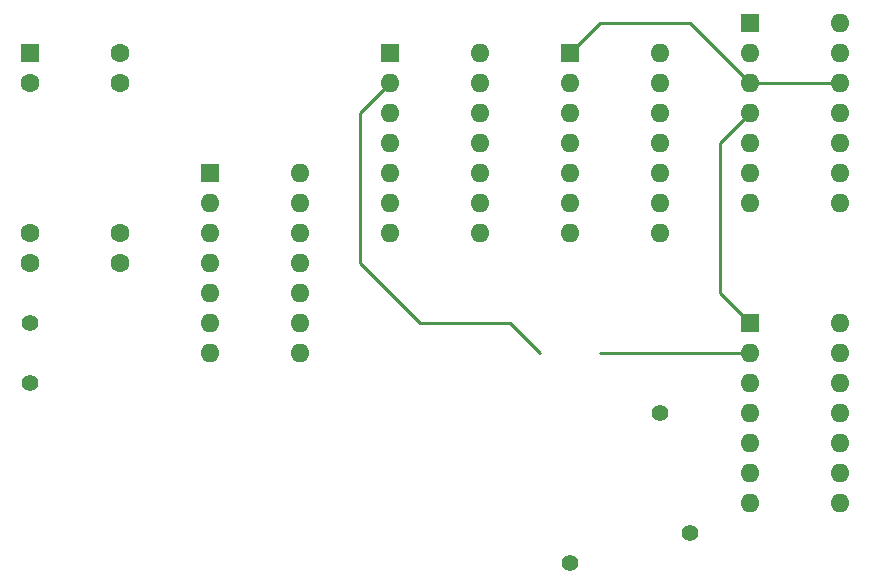
<source format=gbr>
%TF.GenerationSoftware,KiCad,Pcbnew,7.0.1*%
%TF.CreationDate,2023-04-06T21:38:10+03:00*%
%TF.ProjectId,BSPD,42535044-2e6b-4696-9361-645f70636258,rev?*%
%TF.SameCoordinates,Original*%
%TF.FileFunction,Copper,L2,Bot*%
%TF.FilePolarity,Positive*%
%FSLAX46Y46*%
G04 Gerber Fmt 4.6, Leading zero omitted, Abs format (unit mm)*
G04 Created by KiCad (PCBNEW 7.0.1) date 2023-04-06 21:38:10*
%MOMM*%
%LPD*%
G01*
G04 APERTURE LIST*
%TA.AperFunction,ComponentPad*%
%ADD10C,1.400000*%
%TD*%
%TA.AperFunction,ComponentPad*%
%ADD11R,1.600000X1.600000*%
%TD*%
%TA.AperFunction,ComponentPad*%
%ADD12O,1.600000X1.600000*%
%TD*%
%TA.AperFunction,ComponentPad*%
%ADD13C,1.600000*%
%TD*%
%TA.AperFunction,Conductor*%
%ADD14C,0.250000*%
%TD*%
G04 APERTURE END LIST*
D10*
%TO.P,TP5,1,1*%
%TO.N,Net-(R14-Pad2)*%
X71120000Y-58420000D03*
%TD*%
%TO.P,TP4,1,1*%
%TO.N,Net-(C1-Pad2)*%
X60960000Y-60960000D03*
%TD*%
%TO.P,TP3,1,1*%
%TO.N,Net-(U2B-+)*%
X15240000Y-45720000D03*
%TD*%
%TO.P,TP2,1,1*%
%TO.N,Net-(R11-Pad1)*%
X68580000Y-48260000D03*
%TD*%
%TO.P,TP1,1,1*%
%TO.N,Net-(U2A-+)*%
X15240000Y-40640000D03*
%TD*%
D11*
%TO.P,U1,1,CLK*%
%TO.N,unconnected-(U1-CLK-Pad1)*%
X76200000Y-15240000D03*
D12*
%TO.P,U1,2,PR*%
%TO.N,unconnected-(U1-PR-Pad2)*%
X76200000Y-17780000D03*
%TO.P,U1,3,CLR*%
%TO.N,Net-(U1-CLR-Pad3)*%
X76200000Y-20320000D03*
%TO.P,U1,4,J*%
%TO.N,Net-(U1-J-Pad4)*%
X76200000Y-22860000D03*
%TO.P,U1,5,VCC*%
%TO.N,VCC*%
X76200000Y-25400000D03*
%TO.P,U1,6,CLK*%
%TO.N,unconnected-(U1-CLK-Pad6)*%
X76200000Y-27940000D03*
%TO.P,U1,7,PR*%
%TO.N,unconnected-(U1-PR-Pad7)*%
X76200000Y-30480000D03*
%TO.P,U1,8,CLR*%
%TO.N,unconnected-(U1-CLR-Pad8)*%
X83820000Y-30480000D03*
%TO.P,U1,9,J*%
%TO.N,unconnected-(U1-J-Pad9)*%
X83820000Y-27940000D03*
%TO.P,U1,10,~{Q}*%
%TO.N,unconnected-(U1-~{Q}-Pad10)*%
X83820000Y-25400000D03*
%TO.P,U1,11,Q*%
%TO.N,unconnected-(U1-Q-Pad11)*%
X83820000Y-22860000D03*
%TO.P,U1,12,K*%
%TO.N,Net-(U1-CLR-Pad3)*%
X83820000Y-20320000D03*
%TO.P,U1,13,GND*%
%TO.N,unconnected-(U1-GND-Pad13)*%
X83820000Y-17780000D03*
%TO.P,U1,14,~{Q}*%
%TO.N,unconnected-(U1-~{Q}-Pad14)*%
X83820000Y-15240000D03*
%TD*%
D11*
%TO.P,U3,1*%
%TO.N,Net-(R5-Pad2)*%
X30480000Y-27940000D03*
D12*
%TO.P,U3,2*%
%TO.N,Net-(R6-Pad2)*%
X30480000Y-30480000D03*
%TO.P,U3,3*%
%TO.N,Net-(D2-A)*%
X30480000Y-33020000D03*
%TO.P,U3,4*%
%TO.N,N/C*%
X30480000Y-35560000D03*
%TO.P,U3,5*%
X30480000Y-38100000D03*
%TO.P,U3,6*%
X30480000Y-40640000D03*
%TO.P,U3,7*%
X30480000Y-43180000D03*
%TO.P,U3,8*%
X38100000Y-43180000D03*
%TO.P,U3,9*%
X38100000Y-40640000D03*
%TO.P,U3,10*%
X38100000Y-38100000D03*
%TO.P,U3,11*%
X38100000Y-35560000D03*
%TO.P,U3,12*%
X38100000Y-33020000D03*
%TO.P,U3,13*%
X38100000Y-30480000D03*
%TO.P,U3,14*%
X38100000Y-27940000D03*
%TD*%
D11*
%TO.P,U4,1*%
%TO.N,Net-(D2-A)*%
X45720000Y-17780000D03*
D12*
%TO.P,U4,2*%
%TO.N,Net-(D1-A)*%
X45720000Y-20320000D03*
%TO.P,U4,3*%
%TO.N,N/C*%
X45720000Y-22860000D03*
%TO.P,U4,4*%
X45720000Y-25400000D03*
%TO.P,U4,5*%
X45720000Y-27940000D03*
%TO.P,U4,6*%
X45720000Y-30480000D03*
%TO.P,U4,7*%
X45720000Y-33020000D03*
%TO.P,U4,8*%
X53340000Y-33020000D03*
%TO.P,U4,9*%
X53340000Y-30480000D03*
%TO.P,U4,10*%
X53340000Y-27940000D03*
%TO.P,U4,11*%
X53340000Y-25400000D03*
%TO.P,U4,12*%
X53340000Y-22860000D03*
%TO.P,U4,13*%
X53340000Y-20320000D03*
%TO.P,U4,14*%
X53340000Y-17780000D03*
%TD*%
D11*
%TO.P,U2,1*%
%TO.N,Net-(R5-Pad2)*%
X15240000Y-17780000D03*
D13*
%TO.P,U2,2,-*%
%TO.N,Net-(U2A--)*%
X15240000Y-20320000D03*
%TO.P,U2,3,+*%
%TO.N,Net-(U2A-+)*%
X15240000Y-33020000D03*
%TO.P,U2,4*%
%TO.N,N/C*%
X15240000Y-35560000D03*
%TO.P,U2,5,+*%
%TO.N,Net-(U2B-+)*%
X22860000Y-35560000D03*
%TO.P,U2,6,-*%
%TO.N,Net-(U2B--)*%
X22860000Y-33020000D03*
%TO.P,U2,7*%
%TO.N,Net-(R6-Pad2)*%
X22860000Y-20320000D03*
%TO.P,U2,8*%
%TO.N,N/C*%
X22860000Y-17780000D03*
%TD*%
D11*
%TO.P,U6,1*%
%TO.N,Net-(U1-J-Pad4)*%
X76200000Y-40640000D03*
D12*
%TO.P,U6,2,-*%
%TO.N,Net-(D1-K)*%
X76200000Y-43180000D03*
%TO.P,U6,3,+*%
%TO.N,Net-(U6A-+)*%
X76200000Y-45720000D03*
%TO.P,U6,4*%
%TO.N,N/C*%
X76200000Y-48260000D03*
%TO.P,U6,5*%
X76200000Y-50800000D03*
%TO.P,U6,6*%
X76200000Y-53340000D03*
%TO.P,U6,7*%
X76200000Y-55880000D03*
%TO.P,U6,8*%
X83820000Y-55880000D03*
%TO.P,U6,9*%
X83820000Y-53340000D03*
%TO.P,U6,10*%
X83820000Y-50800000D03*
%TO.P,U6,11*%
X83820000Y-48260000D03*
%TO.P,U6,12*%
X83820000Y-45720000D03*
%TO.P,U6,13*%
X83820000Y-43180000D03*
%TO.P,U6,14*%
X83820000Y-40640000D03*
%TD*%
D11*
%TO.P,U5,1*%
%TO.N,Net-(U1-CLR-Pad3)*%
X60960000Y-17775000D03*
D12*
%TO.P,U5,2,-*%
%TO.N,Net-(D2-K)*%
X60960000Y-20315000D03*
%TO.P,U5,3,+*%
%TO.N,Net-(U5A-+)*%
X60960000Y-22855000D03*
%TO.P,U5,4*%
%TO.N,N/C*%
X60960000Y-25395000D03*
%TO.P,U5,5*%
X60960000Y-27935000D03*
%TO.P,U5,6*%
X60960000Y-30475000D03*
%TO.P,U5,7*%
X60960000Y-33015000D03*
%TO.P,U5,8*%
X68580000Y-33015000D03*
%TO.P,U5,9*%
X68580000Y-30475000D03*
%TO.P,U5,10*%
X68580000Y-27935000D03*
%TO.P,U5,11*%
X68580000Y-25395000D03*
%TO.P,U5,12*%
X68580000Y-22855000D03*
%TO.P,U5,13*%
X68580000Y-20315000D03*
%TO.P,U5,14*%
X68580000Y-17775000D03*
%TD*%
D14*
%TO.N,Net-(D1-A)*%
X55880000Y-40640000D02*
X58420000Y-43180000D01*
X48260000Y-40640000D02*
X55880000Y-40640000D01*
X45720000Y-20320000D02*
X43180000Y-22860000D01*
X43180000Y-35560000D02*
X48260000Y-40640000D01*
X43180000Y-22860000D02*
X43180000Y-35560000D01*
%TO.N,Net-(D1-K)*%
X76200000Y-43180000D02*
X71120000Y-43180000D01*
X71120000Y-43180000D02*
X63500000Y-43180000D01*
%TO.N,Net-(U1-CLR-Pad3)*%
X60965000Y-17775000D02*
X63500000Y-15240000D01*
X76200000Y-20320000D02*
X83820000Y-20320000D01*
X63500000Y-15240000D02*
X71120000Y-15240000D01*
X60960000Y-17775000D02*
X60965000Y-17775000D01*
X71120000Y-15240000D02*
X76200000Y-20320000D01*
%TO.N,Net-(U1-J-Pad4)*%
X73660000Y-25400000D02*
X73660000Y-38100000D01*
X73660000Y-38100000D02*
X76200000Y-40640000D01*
X76200000Y-22860000D02*
X73660000Y-25400000D01*
%TD*%
M02*

</source>
